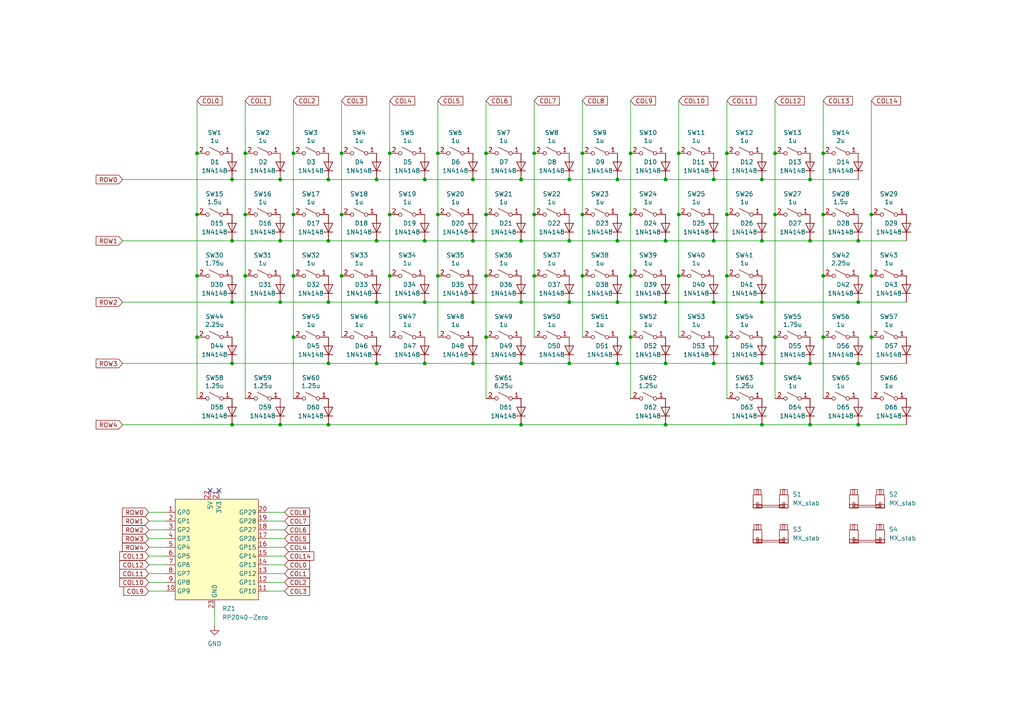
<source format=kicad_sch>
(kicad_sch (version 20230121) (generator eeschema)
  (paper "A4")
  (lib_symbols
    (symbol "PCM_marbastlib-mx:MX_stab" (pin_names (offset 1.016))
      (property "Reference" "S" (at -5.08 6.35 0))
      (property "Value" "MX_stab" (at -5.08 3.81 0))
    )
    (symbol "bakeneko-65-pcb-rescue:D-Device" (pin_numbers hide) (pin_names (offset 1.016) hide)
      (property "Reference" "D" (at 0 2.54 0))
      (property "Value" "Device_D" (at 0 -2.54 0))
      (symbol "D-Device_1_1"
        (pin passive line (at -3.81 0 0) (length 2.54) (name "K") (number "1"))
        (pin passive line (at 3.81 0 180) (length 2.54) (name "A") (number "2"))
      )
    )
    (symbol "bakeneko-65-pcb-rescue:SW_SPST-Switch" (pin_names (offset 0) hide)
      (property "Reference" "SW" (at 0 3.175 0))
      (property "Value" "Switch_SW_SPST" (at 0 -2.54 0))
      (symbol "SW_SPST-Switch_1_1"
        (pin passive line (at -5.08 0 0) (length 2.54) (name "A") (number "1"))
        (pin passive line (at 5.08 0 180) (length 2.54) (name "B") (number "2"))
      )
    )
    (symbol "power:GND" (power) (pin_names (offset 0))
      (property "Value" "GND" (at 0 -3.81 0))
      (symbol "GND_1_1"
        (pin power_in line (at 0 0 270) (length 0) hide (name "GND") (number "1"))
      )
    )
    (symbol "rp2040-zero:RP2040-Zero"
      (property "Reference" "RZ" (at 0 0 0))
      (property "Value" "RP2040-Zero" (at 0 -2.54 0))
      (symbol "RP2040-Zero_1_1"
        (pin bidirectional line (at -13.97 10.16 0) (length 2.54) (name "GP0") (number "1"))
        (pin bidirectional line (at -13.97 -12.7 0) (length 2.54) (name "GP9") (number "10"))
        (pin bidirectional line (at 15.24 -12.7 180) (length 2.54) (name "GP10") (number "11"))
        (pin bidirectional line (at 15.24 -10.16 180) (length 2.54) (name "GP11") (number "12"))
        (pin bidirectional line (at 15.24 -7.62 180) (length 2.54) (name "GP12") (number "13"))
        (pin bidirectional line (at 15.24 -5.08 180) (length 2.54) (name "GP13") (number "14"))
        (pin bidirectional line (at 15.24 -2.54 180) (length 2.54) (name "GP14") (number "15"))
        (pin bidirectional line (at 15.24 0 180) (length 2.54) (name "GP15") (number "16"))
        (pin bidirectional line (at 15.24 2.54 180) (length 2.54) (name "GP26") (number "17"))
        (pin bidirectional line (at 15.24 5.08 180) (length 2.54) (name "GP27") (number "18"))
        (pin bidirectional line (at 15.24 7.62 180) (length 2.54) (name "GP28") (number "19"))
        (pin bidirectional line (at -13.97 7.62 0) (length 2.54) (name "GP1") (number "2"))
        (pin bidirectional line (at 15.24 10.16 180) (length 2.54) (name "GP29") (number "20"))
        (pin power_in line (at 1.27 16.51 270) (length 2.54) (name "3V3") (number "21"))
        (pin power_in line (at -1.27 16.51 270) (length 2.54) (name "5V") (number "22"))
        (pin power_in line (at 0 -17.78 90) (length 2.54) (name "GND") (number "23"))
        (pin bidirectional line (at -13.97 5.08 0) (length 2.54) (name "GP2") (number "3"))
        (pin bidirectional line (at -13.97 2.54 0) (length 2.54) (name "GP3") (number "4"))
        (pin bidirectional line (at -13.97 0 0) (length 2.54) (name "GP4") (number "5"))
        (pin bidirectional line (at -13.97 -2.54 0) (length 2.54) (name "GP5") (number "6"))
        (pin bidirectional line (at -13.97 -5.08 0) (length 2.54) (name "GP6") (number "7"))
        (pin bidirectional line (at -13.97 -7.62 0) (length 2.54) (name "GP7") (number "8"))
        (pin bidirectional line (at -13.97 -10.16 0) (length 2.54) (name "GP8") (number "9"))
      )
    )
  )
  (junction (at 182.88 62.23))
  (junction (at 67.31 87.63))
  (junction (at 137.16 105.41))
  (junction (at 252.73 80.01))
  (junction (at 67.31 52.07))
  (junction (at 99.06 62.23))
  (junction (at 95.25 52.07))
  (junction (at 210.82 97.79))
  (junction (at 207.01 52.07))
  (junction (at 196.85 80.01))
  (junction (at 123.19 69.85))
  (junction (at 168.91 62.23))
  (junction (at 137.16 87.63))
  (junction (at 238.76 44.45))
  (junction (at 220.98 69.85))
  (junction (at 193.04 123.19))
  (junction (at 210.82 80.01))
  (junction (at 207.01 105.41))
  (junction (at 193.04 87.63))
  (junction (at 165.1 69.85))
  (junction (at 123.19 105.41))
  (junction (at 127 80.01))
  (junction (at 99.06 44.45))
  (junction (at 151.13 123.19))
  (junction (at 127 44.45))
  (junction (at 248.92 69.85))
  (junction (at 168.91 80.01))
  (junction (at 179.07 105.41))
  (junction (at 95.25 123.19))
  (junction (at 151.13 69.85))
  (junction (at 67.31 69.85))
  (junction (at 252.73 97.79))
  (junction (at 234.95 69.85))
  (junction (at 234.95 105.41))
  (junction (at 109.22 69.85))
  (junction (at 81.28 123.19))
  (junction (at 85.09 97.79))
  (junction (at 67.31 123.19))
  (junction (at 248.92 123.19))
  (junction (at 207.01 69.85))
  (junction (at 179.07 52.07))
  (junction (at 57.15 80.01))
  (junction (at 220.98 52.07))
  (junction (at 85.09 62.23))
  (junction (at 220.98 87.63))
  (junction (at 165.1 87.63))
  (junction (at 207.01 87.63))
  (junction (at 57.15 62.23))
  (junction (at 95.25 105.41))
  (junction (at 71.12 62.23))
  (junction (at 151.13 52.07))
  (junction (at 85.09 80.01))
  (junction (at 81.28 69.85))
  (junction (at 182.88 44.45))
  (junction (at 182.88 97.79))
  (junction (at 193.04 105.41))
  (junction (at 179.07 69.85))
  (junction (at 220.98 105.41))
  (junction (at 165.1 52.07))
  (junction (at 220.98 123.19))
  (junction (at 193.04 69.85))
  (junction (at 179.07 87.63))
  (junction (at 154.94 62.23))
  (junction (at 137.16 69.85))
  (junction (at 113.03 80.01))
  (junction (at 109.22 105.41))
  (junction (at 67.31 105.41))
  (junction (at 238.76 80.01))
  (junction (at 140.97 44.45))
  (junction (at 182.88 80.01))
  (junction (at 165.1 105.41))
  (junction (at 151.13 87.63))
  (junction (at 71.12 44.45))
  (junction (at 81.28 52.07))
  (junction (at 140.97 97.79))
  (junction (at 113.03 62.23))
  (junction (at 224.79 62.23))
  (junction (at 210.82 44.45))
  (junction (at 85.09 44.45))
  (junction (at 109.22 87.63))
  (junction (at 57.15 44.45))
  (junction (at 71.12 80.01))
  (junction (at 154.94 44.45))
  (junction (at 248.92 87.63))
  (junction (at 234.95 52.07))
  (junction (at 95.25 87.63))
  (junction (at 113.03 44.45))
  (junction (at 210.82 62.23))
  (junction (at 95.25 69.85))
  (junction (at 140.97 62.23))
  (junction (at 123.19 52.07))
  (junction (at 140.97 80.01))
  (junction (at 109.22 52.07))
  (junction (at 224.79 97.79))
  (junction (at 154.94 80.01))
  (junction (at 99.06 80.01))
  (junction (at 193.04 52.07))
  (junction (at 151.13 105.41))
  (junction (at 127 62.23))
  (junction (at 248.92 105.41))
  (junction (at 238.76 62.23))
  (junction (at 123.19 87.63))
  (junction (at 196.85 62.23))
  (junction (at 196.85 44.45))
  (junction (at 252.73 62.23))
  (junction (at 168.91 44.45))
  (junction (at 137.16 52.07))
  (junction (at 224.79 44.45))
  (junction (at 234.95 123.19))
  (junction (at 81.28 87.63))
  (junction (at 57.15 97.79))
  (junction (at 238.76 97.79))
  (no_connect (at 60.96 142.24))
  (no_connect (at 63.5 142.24))
  (wire (pts (xy 95.25 105.41) (xy 109.22 105.41)))
  (wire (pts (xy 48.26 153.67) (xy 43.18 153.67)))
  (wire (pts (xy 85.09 44.45) (xy 85.09 62.23)))
  (wire (pts (xy 196.85 29.21) (xy 196.85 44.45)))
  (wire (pts (xy 165.1 52.07) (xy 151.13 52.07)))
  (wire (pts (xy 109.22 105.41) (xy 123.19 105.41)))
  (wire (pts (xy 137.16 69.85) (xy 151.13 69.85)))
  (wire (pts (xy 193.04 123.19) (xy 151.13 123.19)))
  (wire (pts (xy 207.01 105.41) (xy 220.98 105.41)))
  (wire (pts (xy 48.26 166.37) (xy 43.18 166.37)))
  (wire (pts (xy 210.82 80.01) (xy 210.82 62.23)))
  (wire (pts (xy 137.16 105.41) (xy 151.13 105.41)))
  (wire (pts (xy 48.26 168.91) (xy 43.18 168.91)))
  (wire (pts (xy 62.23 176.53) (xy 62.23 181.61)))
  (wire (pts (xy 48.26 161.29) (xy 43.18 161.29)))
  (wire (pts (xy 123.19 87.63) (xy 109.22 87.63)))
  (wire (pts (xy 85.09 80.01) (xy 85.09 97.79)))
  (wire (pts (xy 99.06 80.01) (xy 99.06 62.23)))
  (wire (pts (xy 151.13 123.19) (xy 95.25 123.19)))
  (wire (pts (xy 137.16 87.63) (xy 123.19 87.63)))
  (wire (pts (xy 154.94 44.45) (xy 154.94 29.21)))
  (wire (pts (xy 48.26 148.59) (xy 43.18 148.59)))
  (wire (pts (xy 193.04 87.63) (xy 179.07 87.63)))
  (wire (pts (xy 35.56 123.19) (xy 67.31 123.19)))
  (wire (pts (xy 77.47 168.91) (xy 82.55 168.91)))
  (wire (pts (xy 71.12 62.23) (xy 71.12 44.45)))
  (wire (pts (xy 234.95 105.41) (xy 248.92 105.41)))
  (wire (pts (xy 182.88 80.01) (xy 182.88 97.79)))
  (wire (pts (xy 48.26 151.13) (xy 43.18 151.13)))
  (wire (pts (xy 193.04 52.07) (xy 179.07 52.07)))
  (wire (pts (xy 77.47 153.67) (xy 82.55 153.67)))
  (wire (pts (xy 234.95 69.85) (xy 248.92 69.85)))
  (wire (pts (xy 252.73 62.23) (xy 252.73 80.01)))
  (wire (pts (xy 234.95 123.19) (xy 220.98 123.19)))
  (wire (pts (xy 179.07 105.41) (xy 193.04 105.41)))
  (wire (pts (xy 252.73 97.79) (xy 252.73 115.57)))
  (wire (pts (xy 35.56 52.07) (xy 67.31 52.07)))
  (wire (pts (xy 77.47 161.29) (xy 82.55 161.29)))
  (wire (pts (xy 179.07 69.85) (xy 193.04 69.85)))
  (wire (pts (xy 210.82 97.79) (xy 210.82 80.01)))
  (wire (pts (xy 238.76 80.01) (xy 238.76 62.23)))
  (wire (pts (xy 168.91 62.23) (xy 168.91 44.45)))
  (wire (pts (xy 196.85 62.23) (xy 196.85 80.01)))
  (wire (pts (xy 123.19 105.41) (xy 137.16 105.41)))
  (wire (pts (xy 248.92 123.19) (xy 262.89 123.19)))
  (wire (pts (xy 95.25 123.19) (xy 81.28 123.19)))
  (wire (pts (xy 140.97 29.21) (xy 140.97 44.45)))
  (wire (pts (xy 48.26 163.83) (xy 43.18 163.83)))
  (wire (pts (xy 123.19 52.07) (xy 109.22 52.07)))
  (wire (pts (xy 81.28 52.07) (xy 67.31 52.07)))
  (wire (pts (xy 77.47 156.21) (xy 82.55 156.21)))
  (wire (pts (xy 77.47 171.45) (xy 82.55 171.45)))
  (wire (pts (xy 168.91 44.45) (xy 168.91 29.21)))
  (wire (pts (xy 113.03 44.45) (xy 113.03 62.23)))
  (wire (pts (xy 81.28 123.19) (xy 67.31 123.19)))
  (wire (pts (xy 137.16 52.07) (xy 123.19 52.07)))
  (wire (pts (xy 57.15 97.79) (xy 57.15 115.57)))
  (wire (pts (xy 77.47 158.75) (xy 82.55 158.75)))
  (wire (pts (xy 196.85 44.45) (xy 196.85 62.23)))
  (wire (pts (xy 224.79 62.23) (xy 224.79 97.79)))
  (wire (pts (xy 35.56 105.41) (xy 67.31 105.41)))
  (wire (pts (xy 151.13 105.41) (xy 165.1 105.41)))
  (wire (pts (xy 85.09 29.21) (xy 85.09 44.45)))
  (wire (pts (xy 57.15 44.45) (xy 57.15 62.23)))
  (wire (pts (xy 127 62.23) (xy 127 44.45)))
  (wire (pts (xy 224.79 97.79) (xy 224.79 115.57)))
  (wire (pts (xy 99.06 62.23) (xy 99.06 44.45)))
  (wire (pts (xy 71.12 44.45) (xy 71.12 29.21)))
  (wire (pts (xy 252.73 29.21) (xy 252.73 62.23)))
  (wire (pts (xy 168.91 97.79) (xy 168.91 80.01)))
  (wire (pts (xy 252.73 80.01) (xy 252.73 97.79)))
  (wire (pts (xy 113.03 80.01) (xy 113.03 97.79)))
  (wire (pts (xy 220.98 105.41) (xy 234.95 105.41)))
  (wire (pts (xy 109.22 87.63) (xy 95.25 87.63)))
  (wire (pts (xy 43.18 171.45) (xy 48.26 171.45)))
  (wire (pts (xy 154.94 97.79) (xy 154.94 80.01)))
  (wire (pts (xy 85.09 97.79) (xy 85.09 115.57)))
  (wire (pts (xy 81.28 87.63) (xy 67.31 87.63)))
  (wire (pts (xy 95.25 87.63) (xy 81.28 87.63)))
  (wire (pts (xy 127 44.45) (xy 127 29.21)))
  (wire (pts (xy 182.88 62.23) (xy 182.88 80.01)))
  (wire (pts (xy 95.25 52.07) (xy 81.28 52.07)))
  (wire (pts (xy 262.89 87.63) (xy 248.92 87.63)))
  (wire (pts (xy 57.15 80.01) (xy 57.15 97.79)))
  (wire (pts (xy 248.92 123.19) (xy 234.95 123.19)))
  (wire (pts (xy 140.97 62.23) (xy 140.97 80.01)))
  (wire (pts (xy 71.12 80.01) (xy 71.12 115.57)))
  (wire (pts (xy 182.88 29.21) (xy 182.88 44.45)))
  (wire (pts (xy 57.15 62.23) (xy 57.15 80.01)))
  (wire (pts (xy 179.07 52.07) (xy 165.1 52.07)))
  (wire (pts (xy 99.06 97.79) (xy 99.06 80.01)))
  (wire (pts (xy 67.31 69.85) (xy 35.56 69.85)))
  (wire (pts (xy 151.13 52.07) (xy 137.16 52.07)))
  (wire (pts (xy 179.07 87.63) (xy 165.1 87.63)))
  (wire (pts (xy 193.04 105.41) (xy 207.01 105.41)))
  (wire (pts (xy 81.28 69.85) (xy 95.25 69.85)))
  (wire (pts (xy 77.47 166.37) (xy 82.55 166.37)))
  (wire (pts (xy 207.01 87.63) (xy 193.04 87.63)))
  (wire (pts (xy 220.98 69.85) (xy 234.95 69.85)))
  (wire (pts (xy 196.85 80.01) (xy 196.85 97.79)))
  (wire (pts (xy 109.22 69.85) (xy 123.19 69.85)))
  (wire (pts (xy 165.1 105.41) (xy 179.07 105.41)))
  (wire (pts (xy 127 97.79) (xy 127 80.01)))
  (wire (pts (xy 140.97 44.45) (xy 140.97 62.23)))
  (wire (pts (xy 113.03 62.23) (xy 113.03 80.01)))
  (wire (pts (xy 77.47 151.13) (xy 82.55 151.13)))
  (wire (pts (xy 248.92 69.85) (xy 262.89 69.85)))
  (wire (pts (xy 220.98 52.07) (xy 207.01 52.07)))
  (wire (pts (xy 67.31 105.41) (xy 95.25 105.41)))
  (wire (pts (xy 113.03 29.21) (xy 113.03 44.45)))
  (wire (pts (xy 182.88 44.45) (xy 182.88 62.23)))
  (wire (pts (xy 151.13 87.63) (xy 137.16 87.63)))
  (wire (pts (xy 182.88 97.79) (xy 182.88 115.57)))
  (wire (pts (xy 109.22 52.07) (xy 95.25 52.07)))
  (wire (pts (xy 67.31 69.85) (xy 81.28 69.85)))
  (wire (pts (xy 220.98 87.63) (xy 207.01 87.63)))
  (wire (pts (xy 154.94 62.23) (xy 154.94 44.45)))
  (wire (pts (xy 248.92 52.07) (xy 234.95 52.07)))
  (wire (pts (xy 168.91 80.01) (xy 168.91 62.23)))
  (wire (pts (xy 140.97 97.79) (xy 140.97 115.57)))
  (wire (pts (xy 77.47 163.83) (xy 82.55 163.83)))
  (wire (pts (xy 238.76 97.79) (xy 238.76 80.01)))
  (wire (pts (xy 207.01 52.07) (xy 193.04 52.07)))
  (wire (pts (xy 57.15 29.21) (xy 57.15 44.45)))
  (wire (pts (xy 210.82 62.23) (xy 210.82 44.45)))
  (wire (pts (xy 234.95 52.07) (xy 220.98 52.07)))
  (wire (pts (xy 220.98 87.63) (xy 248.92 87.63)))
  (wire (pts (xy 151.13 69.85) (xy 165.1 69.85)))
  (wire (pts (xy 127 80.01) (xy 127 62.23)))
  (wire (pts (xy 71.12 80.01) (xy 71.12 62.23)))
  (wire (pts (xy 48.26 156.21) (xy 43.18 156.21)))
  (wire (pts (xy 35.56 87.63) (xy 67.31 87.63)))
  (wire (pts (xy 48.26 158.75) (xy 43.18 158.75)))
  (wire (pts (xy 210.82 97.79) (xy 210.82 115.57)))
  (wire (pts (xy 207.01 69.85) (xy 220.98 69.85)))
  (wire (pts (xy 95.25 69.85) (xy 109.22 69.85)))
  (wire (pts (xy 140.97 80.01) (xy 140.97 97.79)))
  (wire (pts (xy 224.79 44.45) (xy 224.79 62.23)))
  (wire (pts (xy 210.82 44.45) (xy 210.82 29.21)))
  (wire (pts (xy 77.47 148.59) (xy 82.55 148.59)))
  (wire (pts (xy 238.76 115.57) (xy 238.76 97.79)))
  (wire (pts (xy 224.79 29.21) (xy 224.79 44.45)))
  (wire (pts (xy 248.92 105.41) (xy 262.89 105.41)))
  (wire (pts (xy 193.04 69.85) (xy 207.01 69.85)))
  (wire (pts (xy 238.76 62.23) (xy 238.76 44.45)))
  (wire (pts (xy 154.94 80.01) (xy 154.94 62.23)))
  (wire (pts (xy 165.1 69.85) (xy 179.07 69.85)))
  (wire (pts (xy 99.06 44.45) (xy 99.06 29.21)))
  (wire (pts (xy 165.1 87.63) (xy 151.13 87.63)))
  (wire (pts (xy 123.19 69.85) (xy 137.16 69.85)))
  (wire (pts (xy 193.04 123.19) (xy 220.98 123.19)))
  (wire (pts (xy 238.76 29.21) (xy 238.76 44.45)))
  (wire (pts (xy 85.09 62.23) (xy 85.09 80.01)))
  (global_label "ROW0" (shape input) (at 43.18 148.59 180) (property "Intersheetrefs" "${INTERSHEET_REFS}" (effects hide)))
  (global_label "ROW3" (shape input) (at 43.18 156.21 180) (property "Intersheetrefs" "${INTERSHEET_REFS}" (effects hide)))
  (global_label "COL13" (shape input) (at 43.18 161.29 180) (property "Intersheetrefs" "${INTERSHEET_REFS}" (effects hide)))
  (global_label "COL7" (shape input) (at 154.94 29.21 0) (property "Intersheetrefs" "${INTERSHEET_REFS}" (effects hide)))
  (global_label "COL8" (shape input) (at 168.91 29.21 0) (property "Intersheetrefs" "${INTERSHEET_REFS}" (effects hide)))
  (global_label "COL1" (shape input) (at 82.55 166.37 0) (property "Intersheetrefs" "${INTERSHEET_REFS}" (effects hide)))
  (global_label "COL4" (shape input) (at 113.03 29.21 0) (property "Intersheetrefs" "${INTERSHEET_REFS}" (effects hide)))
  (global_label "ROW2" (shape input) (at 43.18 153.67 180) (property "Intersheetrefs" "${INTERSHEET_REFS}" (effects hide)))
  (global_label "ROW1" (shape input) (at 43.18 151.13 180) (property "Intersheetrefs" "${INTERSHEET_REFS}" (effects hide)))
  (global_label "COL12" (shape input) (at 43.18 163.83 180) (property "Intersheetrefs" "${INTERSHEET_REFS}" (effects hide)))
  (global_label "COL0" (shape input) (at 57.15 29.21 0) (property "Intersheetrefs" "${INTERSHEET_REFS}" (effects hide)))
  (global_label "COL7" (shape input) (at 82.55 151.13 0) (property "Intersheetrefs" "${INTERSHEET_REFS}" (effects hide)))
  (global_label "ROW1" (shape input) (at 35.56 69.85 180) (property "Intersheetrefs" "${INTERSHEET_REFS}" (effects hide)))
  (global_label "COL0" (shape input) (at 82.55 163.83 0) (property "Intersheetrefs" "${INTERSHEET_REFS}" (effects hide)))
  (global_label "COL2" (shape input) (at 85.09 29.21 0) (property "Intersheetrefs" "${INTERSHEET_REFS}" (effects hide)))
  (global_label "ROW4" (shape input) (at 43.18 158.75 180) (property "Intersheetrefs" "${INTERSHEET_REFS}" (effects hide)))
  (global_label "COL5" (shape input) (at 82.55 156.21 0) (property "Intersheetrefs" "${INTERSHEET_REFS}" (effects hide)))
  (global_label "COL3" (shape input) (at 99.06 29.21 0) (property "Intersheetrefs" "${INTERSHEET_REFS}" (effects hide)))
  (global_label "COL3" (shape input) (at 82.55 171.45 0) (property "Intersheetrefs" "${INTERSHEET_REFS}" (effects hide)))
  (global_label "COL4" (shape input) (at 82.55 158.75 0) (property "Intersheetrefs" "${INTERSHEET_REFS}" (effects hide)))
  (global_label "ROW0" (shape input) (at 35.56 52.07 180) (property "Intersheetrefs" "${INTERSHEET_REFS}" (effects hide)))
  (global_label "COL9" (shape input) (at 182.88 29.21 0) (property "Intersheetrefs" "${INTERSHEET_REFS}" (effects hide)))
  (global_label "COL9" (shape input) (at 43.18 171.45 180) (property "Intersheetrefs" "${INTERSHEET_REFS}" (effects hide)))
  (global_label "COL13" (shape input) (at 238.76 29.21 0) (property "Intersheetrefs" "${INTERSHEET_REFS}" (effects hide)))
  (global_label "COL6" (shape input) (at 82.55 153.67 0) (property "Intersheetrefs" "${INTERSHEET_REFS}" (effects hide)))
  (global_label "COL11" (shape input) (at 43.18 166.37 180) (property "Intersheetrefs" "${INTERSHEET_REFS}" (effects hide)))
  (global_label "COL12" (shape input) (at 224.79 29.21 0) (property "Intersheetrefs" "${INTERSHEET_REFS}" (effects hide)))
  (global_label "COL10" (shape input) (at 196.85 29.21 0) (property "Intersheetrefs" "${INTERSHEET_REFS}" (effects hide)))
  (global_label "COL6" (shape input) (at 140.97 29.21 0) (property "Intersheetrefs" "${INTERSHEET_REFS}" (effects hide)))
  (global_label "ROW4" (shape input) (at 35.56 123.19 180) (property "Intersheetrefs" "${INTERSHEET_REFS}" (effects hide)))
  (global_label "COL1" (shape input) (at 71.12 29.21 0) (property "Intersheetrefs" "${INTERSHEET_REFS}" (effects hide)))
  (global_label "COL8" (shape input) (at 82.55 148.59 0) (property "Intersheetrefs" "${INTERSHEET_REFS}" (effects hide)))
  (global_label "COL5" (shape input) (at 127 29.21 0) (property "Intersheetrefs" "${INTERSHEET_REFS}" (effects hide)))
  (global_label "COL11" (shape input) (at 210.82 29.21 0) (property "Intersheetrefs" "${INTERSHEET_REFS}" (effects hide)))
  (global_label "COL14" (shape input) (at 252.73 29.21 0) (property "Intersheetrefs" "${INTERSHEET_REFS}" (effects hide)))
  (global_label "COL14" (shape input) (at 82.55 161.29 0) (property "Intersheetrefs" "${INTERSHEET_REFS}" (effects hide)))
  (global_label "ROW3" (shape input) (at 35.56 105.41 180) (property "Intersheetrefs" "${INTERSHEET_REFS}" (effects hide)))
  (global_label "COL10" (shape input) (at 43.18 168.91 180) (property "Intersheetrefs" "${INTERSHEET_REFS}" (effects hide)))
  (global_label "COL2" (shape input) (at 82.55 168.91 0) (property "Intersheetrefs" "${INTERSHEET_REFS}" (effects hide)))
  (global_label "ROW2" (shape input) (at 35.56 87.63 180) (property "Intersheetrefs" "${INTERSHEET_REFS}" (effects hide)))
  (symbol (lib_id "bakeneko-65-pcb-rescue:D-Device") (at 165.1 83.82 90) (unit 1)
    (property "Reference" "D37" (at 158.75 82.55 90) (effects (justify right)))
    (property "Value" "1N4148" (at 156.21 85.09 90) (effects (justify right)))
    (property "Footprint" "Diode_THT:D_DO-35_SOD27_P7.62mm_Horizontal" (effects hide))
    (property "LCSC Part #" "C81598" (effects hide))
  )
  (symbol (lib_id "bakeneko-65-pcb-rescue:D-Device") (at 165.1 66.04 90) (unit 1)
    (property "Reference" "D22" (at 158.75 64.77 90) (effects (justify right)))
    (property "Value" "1N4148" (at 156.21 67.31 90) (effects (justify right)))
    (property "Footprint" "Diode_THT:D_DO-35_SOD27_P7.62mm_Horizontal" (effects hide))
    (property "LCSC Part #" "C81598" (effects hide))
  )
  (symbol (lib_id "bakeneko-65-pcb-rescue:D-Device") (at 193.04 48.26 90) (unit 1)
    (property "Reference" "D10" (at 186.69 46.99 90) (effects (justify right)))
    (property "Value" "1N4148" (at 184.15 49.53 90) (effects (justify right)))
    (property "Footprint" "Diode_THT:D_DO-35_SOD27_P7.62mm_Horizontal" (effects hide))
    (property "LCSC Part #" "C81598" (effects hide))
  )
  (symbol (lib_id "bakeneko-65-pcb-rescue:SW_SPST-Switch") (at 215.9 62.23 0) (mirror y) (unit 1)
    (property "Reference" "SW26" (at 215.9 56.261 0))
    (property "Value" "1u" (at 215.9 58.5724 0))
    (property "Footprint" "keyswitches:Kailh_socket_MX_optional" (effects hide))
  )
  (symbol (lib_id "bakeneko-65-pcb-rescue:SW_SPST-Switch") (at 104.14 62.23 0) (mirror y) (unit 1)
    (property "Reference" "SW18" (at 104.14 56.261 0))
    (property "Value" "1u" (at 104.14 58.5724 0))
    (property "Footprint" "keyswitches:Kailh_socket_MX_optional" (effects hide))
  )
  (symbol (lib_id "bakeneko-65-pcb-rescue:SW_SPST-Switch") (at 132.08 80.01 0) (mirror y) (unit 1)
    (property "Reference" "SW35" (at 132.08 74.041 0))
    (property "Value" "1u" (at 132.08 76.3524 0))
    (property "Footprint" "keyswitches:Kailh_socket_MX_optional" (effects hide))
  )
  (symbol (lib_id "bakeneko-65-pcb-rescue:D-Device") (at 248.92 101.6 90) (unit 1)
    (property "Reference" "D56" (at 242.57 100.33 90) (effects (justify right)))
    (property "Value" "1N4148" (at 240.03 102.87 90) (effects (justify right)))
    (property "Footprint" "Diode_THT:D_DO-35_SOD27_P7.62mm_Horizontal" (effects hide))
    (property "LCSC Part #" "C81598" (effects hide))
  )
  (symbol (lib_id "bakeneko-65-pcb-rescue:SW_SPST-Switch") (at 76.2 62.23 0) (mirror y) (unit 1)
    (property "Reference" "SW16" (at 76.2 56.261 0))
    (property "Value" "1u" (at 76.2 58.5724 0))
    (property "Footprint" "keyswitches:Kailh_socket_MX_optional" (effects hide))
  )
  (symbol (lib_id "PCM_marbastlib-mx:MX_stab") (at 223.52 144.78 0) (unit 1)
    (property "Reference" "S1" (at 229.87 143.383 0) (effects (justify left)))
    (property "Value" "MX_stab" (at 229.87 145.923 0) (effects (justify left)))
    (property "Footprint" "PCM_marbastlib-mx:STAB_MX_6.25u" (effects hide))
  )
  (symbol (lib_id "bakeneko-65-pcb-rescue:SW_SPST-Switch") (at 243.84 44.45 0) (mirror y) (unit 1)
    (property "Reference" "SW14" (at 243.84 38.481 0))
    (property "Value" "2u" (at 243.84 40.7924 0))
    (property "Footprint" "keyswitches:Kailh_socket_MX_optional" (effects hide))
  )
  (symbol (lib_id "bakeneko-65-pcb-rescue:SW_SPST-Switch") (at 62.23 115.57 0) (mirror y) (unit 1)
    (property "Reference" "SW58" (at 62.23 109.601 0))
    (property "Value" "1.25u" (at 62.23 111.9124 0))
    (property "Footprint" "keyswitches:Kailh_socket_MX_optional" (effects hide))
  )
  (symbol (lib_id "bakeneko-65-pcb-rescue:SW_SPST-Switch") (at 90.17 62.23 0) (mirror y) (unit 1)
    (property "Reference" "SW17" (at 90.17 56.261 0))
    (property "Value" "1u" (at 90.17 58.5724 0))
    (property "Footprint" "keyswitches:Kailh_socket_MX_optional" (effects hide))
  )
  (symbol (lib_id "power:GND") (at 62.23 181.61 0) (unit 1)
    (property "Reference" "#PWR02" (effects hide))
    (property "Value" "GND" (at 62.23 186.69 0))
  )
  (symbol (lib_id "bakeneko-65-pcb-rescue:SW_SPST-Switch") (at 146.05 115.57 0) (mirror y) (unit 1)
    (property "Reference" "SW61" (at 146.05 109.601 0))
    (property "Value" "6.25u" (at 146.05 111.9124 0))
    (property "Footprint" "keyswitches:Kailh_socket_MX_optional" (effects hide))
  )
  (symbol (lib_id "bakeneko-65-pcb-rescue:D-Device") (at 234.95 101.6 90) (unit 1)
    (property "Reference" "D55" (at 228.6 100.33 90) (effects (justify right)))
    (property "Value" "1N4148" (at 226.06 102.87 90) (effects (justify right)))
    (property "Footprint" "Diode_THT:D_DO-35_SOD27_P7.62mm_Horizontal" (effects hide))
    (property "LCSC Part #" "C81598" (effects hide))
  )
  (symbol (lib_id "bakeneko-65-pcb-rescue:SW_SPST-Switch") (at 90.17 97.79 0) (mirror y) (unit 1)
    (property "Reference" "SW45" (at 90.17 91.821 0))
    (property "Value" "1u" (at 90.17 94.1324 0))
    (property "Footprint" "keyswitches:Kailh_socket_MX_optional" (effects hide))
  )
  (symbol (lib_id "bakeneko-65-pcb-rescue:SW_SPST-Switch") (at 257.81 115.57 0) (mirror y) (unit 1)
    (property "Reference" "SW66" (at 257.81 109.601 0))
    (property "Value" "1u" (at 257.81 111.9124 0))
    (property "Footprint" "keyswitches:Kailh_socket_MX_optional" (effects hide))
  )
  (symbol (lib_id "bakeneko-65-pcb-rescue:D-Device") (at 151.13 119.38 90) (unit 1)
    (property "Reference" "D61" (at 144.78 118.11 90) (effects (justify right)))
    (property "Value" "1N4148" (at 142.24 120.65 90) (effects (justify right)))
    (property "Footprint" "Diode_THT:D_DO-35_SOD27_P7.62mm_Horizontal" (effects hide))
    (property "LCSC Part #" "C81598" (effects hide))
  )
  (symbol (lib_id "bakeneko-65-pcb-rescue:D-Device") (at 123.19 83.82 90) (unit 1)
    (property "Reference" "D34" (at 116.84 82.55 90) (effects (justify right)))
    (property "Value" "1N4148" (at 114.3 85.09 90) (effects (justify right)))
    (property "Footprint" "Diode_THT:D_DO-35_SOD27_P7.62mm_Horizontal" (effects hide))
    (property "LCSC Part #" "C81598" (effects hide))
  )
  (symbol (lib_id "bakeneko-65-pcb-rescue:SW_SPST-Switch") (at 62.23 62.23 0) (mirror y) (unit 1)
    (property "Reference" "SW15" (at 62.23 56.261 0))
    (property "Value" "1.5u" (at 62.23 58.5724 0))
    (property "Footprint" "keyswitches:Kailh_socket_MX_optional" (effects hide))
  )
  (symbol (lib_id "bakeneko-65-pcb-rescue:D-Device") (at 234.95 119.38 90) (unit 1)
    (property "Reference" "D64" (at 228.6 118.11 90) (effects (justify right)))
    (property "Value" "1N4148" (at 226.06 120.65 90) (effects (justify right)))
    (property "Footprint" "Diode_THT:D_DO-35_SOD27_P7.62mm_Horizontal" (effects hide))
    (property "LCSC Part #" "C81598" (effects hide))
  )
  (symbol (lib_id "PCM_marbastlib-mx:MX_stab") (at 223.52 154.94 0) (unit 1)
    (property "Reference" "S3" (at 229.87 153.543 0) (effects (justify left)))
    (property "Value" "MX_stab" (at 229.87 156.083 0) (effects (justify left)))
    (property "Footprint" "PCM_marbastlib-mx:STAB_MX_2.25u" (effects hide))
  )
  (symbol (lib_id "bakeneko-65-pcb-rescue:D-Device") (at 95.25 66.04 90) (unit 1)
    (property "Reference" "D17" (at 88.9 64.77 90) (effects (justify right)))
    (property "Value" "1N4148" (at 86.36 67.31 90) (effects (justify right)))
    (property "Footprint" "Diode_THT:D_DO-35_SOD27_P7.62mm_Horizontal" (effects hide))
    (property "LCSC Part #" "C81598" (effects hide))
  )
  (symbol (lib_id "bakeneko-65-pcb-rescue:D-Device") (at 220.98 66.04 90) (unit 1)
    (property "Reference" "D26" (at 214.63 64.77 90) (effects (justify right)))
    (property "Value" "1N4148" (at 212.09 67.31 90) (effects (justify right)))
    (property "Footprint" "Diode_THT:D_DO-35_SOD27_P7.62mm_Horizontal" (effects hide))
    (property "LCSC Part #" "C81598" (effects hide))
  )
  (symbol (lib_id "bakeneko-65-pcb-rescue:D-Device") (at 193.04 119.38 90) (unit 1)
    (property "Reference" "D62" (at 186.69 118.11 90) (effects (justify right)))
    (property "Value" "1N4148" (at 184.15 120.65 90) (effects (justify right)))
    (property "Footprint" "Diode_THT:D_DO-35_SOD27_P7.62mm_Horizontal" (effects hide))
    (property "LCSC Part #" "C81598" (effects hide))
  )
  (symbol (lib_id "bakeneko-65-pcb-rescue:SW_SPST-Switch") (at 160.02 44.45 0) (mirror y) (unit 1)
    (property "Reference" "SW8" (at 160.02 38.481 0))
    (property "Value" "1u" (at 160.02 40.7924 0))
    (property "Footprint" "keyswitches:Kailh_socket_MX_optional" (effects hide))
  )
  (symbol (lib_id "bakeneko-65-pcb-rescue:D-Device") (at 123.19 66.04 90) (unit 1)
    (property "Reference" "D19" (at 116.84 64.77 90) (effects (justify right)))
    (property "Value" "1N4148" (at 114.3 67.31 90) (effects (justify right)))
    (property "Footprint" "Diode_THT:D_DO-35_SOD27_P7.62mm_Horizontal" (effects hide))
    (property "LCSC Part #" "C81598" (effects hide))
  )
  (symbol (lib_id "bakeneko-65-pcb-rescue:D-Device") (at 123.19 101.6 90) (unit 1)
    (property "Reference" "D47" (at 116.84 100.33 90) (effects (justify right)))
    (property "Value" "1N4148" (at 114.3 102.87 90) (effects (justify right)))
    (property "Footprint" "Diode_THT:D_DO-35_SOD27_P7.62mm_Horizontal" (effects hide))
    (property "LCSC Part #" "C81598" (effects hide))
  )
  (symbol (lib_id "bakeneko-65-pcb-rescue:D-Device") (at 81.28 119.38 90) (unit 1)
    (property "Reference" "D59" (at 74.93 118.11 90) (effects (justify right)))
    (property "Value" "1N4148" (at 72.39 120.65 90) (effects (justify right)))
    (property "Footprint" "Diode_THT:D_DO-35_SOD27_P7.62mm_Horizontal" (effects hide))
    (property "LCSC Part #" "C81598" (effects hide))
  )
  (symbol (lib_id "bakeneko-65-pcb-rescue:SW_SPST-Switch") (at 257.81 62.23 0) (mirror y) (unit 1)
    (property "Reference" "SW29" (at 257.81 56.261 0))
    (property "Value" "1u" (at 257.81 58.5724 0))
    (property "Footprint" "keyswitches:Kailh_socket_MX" (effects hide))
  )
  (symbol (lib_id "bakeneko-65-pcb-rescue:D-Device") (at 207.01 66.04 90) (unit 1)
    (property "Reference" "D25" (at 200.66 64.77 90) (effects (justify right)))
    (property "Value" "1N4148" (at 198.12 67.31 90) (effects (justify right)))
    (property "Footprint" "Diode_THT:D_DO-35_SOD27_P7.62mm_Horizontal" (effects hide))
    (property "LCSC Part #" "C81598" (effects hide))
  )
  (symbol (lib_id "bakeneko-65-pcb-rescue:SW_SPST-Switch") (at 90.17 44.45 0) (mirror y) (unit 1)
    (property "Reference" "SW3" (at 90.17 38.481 0))
    (property "Value" "1u" (at 90.17 40.7924 0))
    (property "Footprint" "keyswitches:Kailh_socket_MX_optional" (effects hide))
  )
  (symbol (lib_id "bakeneko-65-pcb-rescue:D-Device") (at 67.31 83.82 90) (unit 1)
    (property "Reference" "D30" (at 60.96 82.55 90) (effects (justify right)))
    (property "Value" "1N4148" (at 58.42 85.09 90) (effects (justify right)))
    (property "Footprint" "Diode_THT:D_DO-35_SOD27_P7.62mm_Horizontal" (effects hide))
    (property "LCSC Part #" "C81598" (effects hide))
  )
  (symbol (lib_id "bakeneko-65-pcb-rescue:SW_SPST-Switch") (at 132.08 44.45 0) (mirror y) (unit 1)
    (property "Reference" "SW6" (at 132.08 38.481 0))
    (property "Value" "1u" (at 132.08 40.7924 0))
    (property "Footprint" "keyswitches:Kailh_socket_MX_optional" (effects hide))
  )
  (symbol (lib_id "bakeneko-65-pcb-rescue:SW_SPST-Switch") (at 90.17 80.01 0) (mirror y) (unit 1)
    (property "Reference" "SW32" (at 90.17 74.041 0))
    (property "Value" "1u" (at 90.17 76.3524 0))
    (property "Footprint" "keyswitches:Kailh_socket_MX_optional" (effects hide))
  )
  (symbol (lib_id "bakeneko-65-pcb-rescue:SW_SPST-Switch") (at 215.9 44.45 0) (mirror y) (unit 1)
    (property "Reference" "SW12" (at 215.9 38.481 0))
    (property "Value" "1u" (at 215.9 40.7924 0))
    (property "Footprint" "keyswitches:Kailh_socket_MX_optional" (effects hide))
  )
  (symbol (lib_id "bakeneko-65-pcb-rescue:SW_SPST-Switch") (at 201.93 62.23 0) (mirror y) (unit 1)
    (property "Reference" "SW25" (at 201.93 56.261 0))
    (property "Value" "1u" (at 201.93 58.5724 0))
    (property "Footprint" "keyswitches:Kailh_socket_MX_optional" (effects hide))
  )
  (symbol (lib_id "bakeneko-65-pcb-rescue:D-Device") (at 81.28 83.82 90) (unit 1)
    (property "Reference" "D31" (at 74.93 82.55 90) (effects (justify right)))
    (property "Value" "1N4148" (at 72.39 85.09 90) (effects (justify right)))
    (property "Footprint" "Diode_THT:D_DO-35_SOD27_P7.62mm_Horizontal" (effects hide))
    (property "LCSC Part #" "C81598" (effects hide))
  )
  (symbol (lib_id "bakeneko-65-pcb-rescue:D-Device") (at 81.28 66.04 90) (unit 1)
    (property "Reference" "D16" (at 74.93 64.77 90) (effects (justify right)))
    (property "Value" "1N4148" (at 72.39 67.31 90) (effects (justify right)))
    (property "Footprint" "Diode_THT:D_DO-35_SOD27_P7.62mm_Horizontal" (effects hide))
    (property "LCSC Part #" "C81598" (effects hide))
  )
  (symbol (lib_id "PCM_marbastlib-mx:MX_stab") (at 251.46 144.78 0) (unit 1)
    (property "Reference" "S2" (at 257.81 143.383 0) (effects (justify left)))
    (property "Value" "MX_stab" (at 257.81 145.923 0) (effects (justify left)))
    (property "Footprint" "PCM_marbastlib-mx:STAB_MX_2u" (effects hide))
  )
  (symbol (lib_id "bakeneko-65-pcb-rescue:SW_SPST-Switch") (at 160.02 62.23 0) (mirror y) (unit 1)
    (property "Reference" "SW22" (at 160.02 56.261 0))
    (property "Value" "1u" (at 160.02 58.5724 0))
    (property "Footprint" "keyswitches:Kailh_socket_MX_optional" (effects hide))
  )
  (symbol (lib_id "bakeneko-65-pcb-rescue:SW_SPST-Switch") (at 146.05 97.79 0) (mirror y) (unit 1)
    (property "Reference" "SW49" (at 146.05 91.821 0))
    (property "Value" "1u" (at 146.05 94.1324 0))
    (property "Footprint" "keyswitches:Kailh_socket_MX_optional" (effects hide))
  )
  (symbol (lib_id "bakeneko-65-pcb-rescue:SW_SPST-Switch") (at 146.05 80.01 0) (mirror y) (unit 1)
    (property "Reference" "SW36" (at 146.05 74.041 0))
    (property "Value" "1u" (at 146.05 76.3524 0))
    (property "Footprint" "keyswitches:Kailh_socket_MX_optional" (effects hide))
  )
  (symbol (lib_id "bakeneko-65-pcb-rescue:D-Device") (at 137.16 83.82 90) (unit 1)
    (property "Reference" "D35" (at 130.81 82.55 90) (effects (justify right)))
    (property "Value" "1N4148" (at 128.27 85.09 90) (effects (justify right)))
    (property "Footprint" "Diode_THT:D_DO-35_SOD27_P7.62mm_Horizontal" (effects hide))
    (property "LCSC Part #" "C81598" (effects hide))
  )
  (symbol (lib_id "bakeneko-65-pcb-rescue:D-Device") (at 248.92 66.04 90) (unit 1)
    (property "Reference" "D28" (at 242.57 64.77 90) (effects (justify right)))
    (property "Value" "1N4148" (at 240.03 67.31 90) (effects (justify right)))
    (property "Footprint" "Diode_THT:D_DO-35_SOD27_P7.62mm_Horizontal" (effects hide))
    (property "LCSC Part #" "C81598" (effects hide))
  )
  (symbol (lib_id "bakeneko-65-pcb-rescue:SW_SPST-Switch") (at 187.96 97.79 0) (mirror y) (unit 1)
    (property "Reference" "SW52" (at 187.96 91.821 0))
    (property "Value" "1u" (at 187.96 94.1324 0))
    (property "Footprint" "keyswitches:Kailh_socket_MX_optional" (effects hide))
  )
  (symbol (lib_id "bakeneko-65-pcb-rescue:D-Device") (at 220.98 48.26 90) (unit 1)
    (property "Reference" "D12" (at 214.63 46.99 90) (effects (justify right)))
    (property "Value" "1N4148" (at 212.09 49.53 90) (effects (justify right)))
    (property "Footprint" "Diode_THT:D_DO-35_SOD27_P7.62mm_Horizontal" (effects hide))
    (property "LCSC Part #" "C81598" (effects hide))
  )
  (symbol (lib_id "bakeneko-65-pcb-rescue:SW_SPST-Switch") (at 243.84 115.57 0) (mirror y) (unit 1)
    (property "Reference" "SW65" (at 243.84 109.601 0))
    (property "Value" "1u" (at 243.84 111.9124 0))
    (property "Footprint" "keyswitches:Kailh_socket_MX_optional" (effects hide))
  )
  (symbol (lib_id "bakeneko-65-pcb-rescue:D-Device") (at 220.98 119.38 90) (unit 1)
    (property "Reference" "D63" (at 214.63 118.11 90) (effects (justify right)))
    (property "Value" "1N4148" (at 212.09 120.65 90) (effects (justify right)))
    (property "Footprint" "Diode_THT:D_DO-35_SOD27_P7.62mm_Horizontal" (effects hide))
    (property "LCSC Part #" "C81598" (effects hide))
  )
  (symbol (lib_id "bakeneko-65-pcb-rescue:D-Device") (at 207.01 48.26 90) (unit 1)
    (property "Reference" "D11" (at 200.66 46.99 90) (effects (justify right)))
    (property "Value" "1N4148" (at 198.12 49.53 90) (effects (justify right)))
    (property "Footprint" "Diode_THT:D_DO-35_SOD27_P7.62mm_Horizontal" (effects hide))
    (property "LCSC Part #" "C81598" (effects hide))
  )
  (symbol (lib_id "bakeneko-65-pcb-rescue:SW_SPST-Switch") (at 229.87 62.23 0) (mirror y) (unit 1)
    (property "Reference" "SW27" (at 229.87 56.261 0))
    (property "Value" "1u" (at 229.87 58.5724 0))
    (property "Footprint" "keyswitches:Kailh_socket_MX_optional" (effects hide))
  )
  (symbol (lib_id "bakeneko-65-pcb-rescue:D-Device") (at 67.31 48.26 90) (unit 1)
    (property "Reference" "D1" (at 60.96 46.99 90) (effects (justify right)))
    (property "Value" "1N4148" (at 58.42 49.53 90) (effects (justify right)))
    (property "Footprint" "Diode_THT:D_DO-35_SOD27_P7.62mm_Horizontal" (effects hide))
    (property "LCSC Part #" "C81598" (effects hide))
  )
  (symbol (lib_id "bakeneko-65-pcb-rescue:D-Device") (at 220.98 83.82 90) (unit 1)
    (property "Reference" "D41" (at 214.63 82.55 90) (effects (justify right)))
    (property "Value" "1N4148" (at 212.09 85.09 90) (effects (justify right)))
    (property "Footprint" "Diode_THT:D_DO-35_SOD27_P7.62mm_Horizontal" (effects hide))
    (property "LCSC Part #" "C81598" (effects hide))
  )
  (symbol (lib_id "bakeneko-65-pcb-rescue:D-Device") (at 109.22 83.82 90) (unit 1)
    (property "Reference" "D33" (at 102.87 82.55 90) (effects (justify right)))
    (property "Value" "1N4148" (at 100.33 85.09 90) (effects (justify right)))
    (property "Footprint" "Diode_THT:D_DO-35_SOD27_P7.62mm_Horizontal" (effects hide))
    (property "LCSC Part #" "C81598" (effects hide))
  )
  (symbol (lib_id "bakeneko-65-pcb-rescue:SW_SPST-Switch") (at 146.05 62.23 0) (mirror y) (unit 1)
    (property "Reference" "SW21" (at 146.05 56.261 0))
    (property "Value" "1u" (at 146.05 58.5724 0))
    (property "Footprint" "keyswitches:Kailh_socket_MX_optional" (effects hide))
  )
  (symbol (lib_id "bakeneko-65-pcb-rescue:D-Device") (at 262.89 101.6 90) (unit 1)
    (property "Reference" "D57" (at 256.54 100.33 90) (effects (justify right)))
    (property "Value" "1N4148" (at 254 102.87 90) (effects (justify right)))
    (property "Footprint" "Diode_THT:D_DO-35_SOD27_P7.62mm_Horizontal" (effects hide))
    (property "LCSC Part #" "C81598" (effects hide))
  )
  (symbol (lib_id "bakeneko-65-pcb-rescue:D-Device") (at 137.16 48.26 90) (unit 1)
    (property "Reference" "D6" (at 130.81 46.99 90) (effects (justify right)))
    (property "Value" "1N4148" (at 128.27 49.53 90) (effects (justify right)))
    (property "Footprint" "Diode_THT:D_DO-35_SOD27_P7.62mm_Horizontal" (effects hide))
    (property "LCSC Part #" "C81598" (effects hide))
  )
  (symbol (lib_id "bakeneko-65-pcb-rescue:D-Device") (at 95.25 83.82 90) (unit 1)
    (property "Reference" "D32" (at 88.9 82.55 90) (effects (justify right)))
    (property "Value" "1N4148" (at 86.36 85.09 90) (effects (justify right)))
    (property "Footprint" "Diode_THT:D_DO-35_SOD27_P7.62mm_Horizontal" (effects hide))
    (property "LCSC Part #" "C81598" (effects hide))
  )
  (symbol (lib_id "bakeneko-65-pcb-rescue:SW_SPST-Switch") (at 76.2 115.57 0) (mirror y) (unit 1)
    (property "Reference" "SW59" (at 76.2 109.601 0))
    (property "Value" "1.25u" (at 76.2 111.9124 0))
    (property "Footprint" "keyswitches:Kailh_socket_MX_optional" (effects hide))
  )
  (symbol (lib_id "PCM_marbastlib-mx:MX_stab") (at 251.46 154.94 0) (unit 1)
    (property "Reference" "S4" (at 257.81 153.543 0) (effects (justify left)))
    (property "Value" "MX_stab" (at 257.81 156.083 0) (effects (justify left)))
    (property "Footprint" "PCM_marbastlib-mx:STAB_MX_2.25u" (effects hide))
  )
  (symbol (lib_id "bakeneko-65-pcb-rescue:SW_SPST-Switch") (at 118.11 44.45 0) (mirror y) (unit 1)
    (property "Reference" "SW5" (at 118.11 38.481 0))
    (property "Value" "1u" (at 118.11 40.7924 0))
    (property "Footprint" "keyswitches:Kailh_socket_MX_optional" (effects hide))
  )
  (symbol (lib_id "bakeneko-65-pcb-rescue:SW_SPST-Switch") (at 160.02 80.01 0) (mirror y) (unit 1)
    (property "Reference" "SW37" (at 160.02 74.041 0))
    (property "Value" "1u" (at 160.02 76.3524 0))
    (property "Footprint" "keyswitches:Kailh_socket_MX_optional" (effects hide))
  )
  (symbol (lib_id "bakeneko-65-pcb-rescue:D-Device") (at 193.04 66.04 90) (unit 1)
    (property "Reference" "D24" (at 186.69 64.77 90) (effects (justify right)))
    (property "Value" "1N4148" (at 184.15 67.31 90) (effects (justify right)))
    (property "Footprint" "Diode_THT:D_DO-35_SOD27_P7.62mm_Horizontal" (effects hide))
    (property "LCSC Part #" "C81598" (effects hide))
  )
  (symbol (lib_id "bakeneko-65-pcb-rescue:D-Device") (at 67.31 101.6 90) (unit 1)
    (property "Reference" "D44" (at 60.96 100.33 90) (effects (justify right)))
    (property "Value" "1N4148" (at 58.42 102.87 90) (effects (justify right)))
    (property "Footprint" "Diode_THT:D_DO-35_SOD27_P7.62mm_Horizontal" (effects hide))
    (property "LCSC Part #" "C81598" (effects hide))
  )
  (symbol (lib_id "bakeneko-65-pcb-rescue:D-Device") (at 248.92 48.26 90) (unit 1)
    (property "Reference" "D14" (at 242.57 46.99 90) (effects (justify right)))
    (property "Value" "1N4148" (at 240.03 49.53 90) (effects (justify right)))
    (property "Footprint" "Diode_THT:D_DO-35_SOD27_P7.62mm_Horizontal" (effects hide))
    (property "LCSC Part #" "C81598" (effects hide))
  )
  (symbol (lib_id "bakeneko-65-pcb-rescue:SW_SPST-Switch") (at 173.99 44.45 0) (mirror y) (unit 1)
    (property "Reference" "SW9" (at 173.99 38.481 0))
    (property "Value" "1u" (at 173.99 40.7924 0))
    (property "Footprint" "keyswitches:Kailh_socket_MX_optional" (effects hide))
  )
  (symbol (lib_id "bakeneko-65-pcb-rescue:D-Device") (at 165.1 48.26 90) (unit 1)
    (property "Reference" "D8" (at 158.75 46.99 90) (effects (justify right)))
    (property "Value" "1N4148" (at 156.21 49.53 90) (effects (justify right)))
    (property "Footprint" "Diode_THT:D_DO-35_SOD27_P7.62mm_Horizontal" (effects hide))
    (property "LCSC Part #" "C81598" (effects hide))
  )
  (symbol (lib_id "bakeneko-65-pcb-rescue:SW_SPST-Switch") (at 257.81 97.79 0) (mirror y) (unit 1)
    (property "Reference" "SW57" (at 257.81 91.821 0))
    (property "Value" "1u" (at 257.81 94.1324 0))
    (property "Footprint" "keyswitches:Kailh_socket_MX_optional" (effects hide))
  )
  (symbol (lib_id "bakeneko-65-pcb-rescue:SW_SPST-Switch") (at 173.99 97.79 0) (mirror y) (unit 1)
    (property "Reference" "SW51" (at 173.99 91.821 0))
    (property "Value" "1u" (at 173.99 94.1324 0))
    (property "Footprint" "keyswitches:Kailh_socket_MX_optional" (effects hide))
  )
  (symbol (lib_id "bakeneko-65-pcb-rescue:SW_SPST-Switch") (at 215.9 97.79 0) (mirror y) (unit 1)
    (property "Reference" "SW54" (at 215.9 91.821 0))
    (property "Value" "1u" (at 215.9 94.1324 0))
    (property "Footprint" "keyswitches:Kailh_socket_MX_optional" (effects hide))
  )
  (symbol (lib_id "bakeneko-65-pcb-rescue:D-Device") (at 179.07 48.26 90) (unit 1)
    (property "Reference" "D9" (at 172.72 46.99 90) (effects (justify right)))
    (property "Value" "1N4148" (at 170.18 49.53 90) (effects (justify right)))
    (property "Footprint" "Diode_THT:D_DO-35_SOD27_P7.62mm_Horizontal" (effects hide))
    (property "LCSC Part #" "C81598" (effects hide))
  )
  (symbol (lib_id "bakeneko-65-pcb-rescue:D-Device") (at 151.13 48.26 90) (unit 1)
    (property "Reference" "D7" (at 144.78 46.99 90) (effects (justify right)))
    (property "Value" "1N4148" (at 142.24 49.53 90) (effects (justify right)))
    (property "Footprint" "Diode_THT:D_DO-35_SOD27_P7.62mm_Horizontal" (effects hide))
    (property "LCSC Part #" "C81598" (effects hide))
  )
  (symbol (lib_id "bakeneko-65-pcb-rescue:D-Device") (at 165.1 101.6 90) (unit 1)
    (property "Reference" "D50" (at 158.75 100.33 90) (effects (justify right)))
    (property "Value" "1N4148" (at 156.21 102.87 90) (effects (justify right)))
    (property "Footprint" "Diode_THT:D_DO-35_SOD27_P7.62mm_Horizontal" (effects hide))
    (property "LCSC Part #" "C81598" (effects hide))
  )
  (symbol (lib_id "bakeneko-65-pcb-rescue:SW_SPST-Switch") (at 201.93 97.79 0) (mirror y) (unit 1)
    (property "Reference" "SW53" (at 201.93 91.821 0))
    (property "Value" "1u" (at 201.93 94.1324 0))
    (property "Footprint" "keyswitches:Kailh_socket_MX_optional" (effects hide))
  )
  (symbol (lib_id "bakeneko-65-pcb-rescue:D-Device") (at 193.04 101.6 90) (unit 1)
    (property "Reference" "D52" (at 186.69 100.33 90) (effects (justify right)))
    (property "Value" "1N4148" (at 184.15 102.87 90) (effects (justify right)))
    (property "Footprint" "Diode_THT:D_DO-35_SOD27_P7.62mm_Horizontal" (effects hide))
    (property "LCSC Part #" "C81598" (effects hide))
  )
  (symbol (lib_id "bakeneko-65-pcb-rescue:D-Device") (at 67.31 119.38 90) (unit 1)
    (property "Reference" "D58" (at 60.96 118.11 90) (effects (justify right)))
    (property "Value" "1N4148" (at 58.42 120.65 90) (effects (justify right)))
    (property "Footprint" "Diode_THT:D_DO-35_SOD27_P7.62mm_Horizontal" (effects hide))
    (property "LCSC Part #" "C81598" (effects hide))
  )
  (symbol (lib_id "bakeneko-65-pcb-rescue:SW_SPST-Switch") (at 229.87 115.57 0) (mirror y) (unit 1)
    (property "Reference" "SW64" (at 229.87 109.601 0))
    (property "Value" "1u" (at 229.87 111.9124 0))
    (property "Footprint" "keyswitches:Kailh_socket_MX_optional" (effects hide))
  )
  (symbol (lib_id "bakeneko-65-pcb-rescue:D-Device") (at 220.98 101.6 90) (unit 1)
    (property "Reference" "D54" (at 214.63 100.33 90) (effects (justify right)))
    (property "Value" "1N4148" (at 212.09 102.87 90) (effects (justify right)))
    (property "Footprint" "Diode_THT:D_DO-35_SOD27_P7.62mm_Horizontal" (effects hide))
    (property "LCSC Part #" "C81598" (effects hide))
  )
  (symbol (lib_id "bakeneko-65-pcb-rescue:SW_SPST-Switch") (at 243.84 62.23 0) (mirror y) (unit 1)
    (property "Reference" "SW28" (at 243.84 56.261 0))
    (property "Value" "1.5u" (at 243.84 58.5724 0))
    (property "Footprint" "keyswitches:Kailh_socket_MX_optional" (effects hide))
  )
  (symbol (lib_id "bakeneko-65-pcb-rescue:SW_SPST-Switch") (at 104.14 97.79 0) (mirror y) (unit 1)
    (property "Reference" "SW46" (at 104.14 91.821 0))
    (property "Value" "1u" (at 104.14 94.1324 0))
    (property "Footprint" "keyswitches:Kailh_socket_MX_optional" (effects hide))
  )
  (symbol (lib_id "bakeneko-65-pcb-rescue:SW_SPST-Switch") (at 104.14 44.45 0) (mirror y) (unit 1)
    (property "Reference" "SW4" (at 104.14 38.481 0))
    (property "Value" "1u" (at 104.14 40.7924 0))
    (property "Footprint" "keyswitches:Kailh_socket_MX_optional" (effects hide))
  )
  (symbol (lib_id "bakeneko-65-pcb-rescue:D-Device") (at 109.22 48.26 90) (unit 1)
    (property "Reference" "D4" (at 102.87 46.99 90) (effects (justify right)))
    (property "Value" "1N4148" (at 100.33 49.53 90) (effects (justify right)))
    (property "Footprint" "Diode_THT:D_DO-35_SOD27_P7.62mm_Horizontal" (effects hide))
    (property "LCSC Part #" "C81598" (effects hide))
  )
  (symbol (lib_id "bakeneko-65-pcb-rescue:SW_SPST-Switch") (at 187.96 115.57 0) (mirror y) (unit 1)
    (property "Reference" "SW62" (at 187.96 109.601 0))
    (property "Value" "1.25u" (at 187.96 111.9124 0))
    (property "Footprint" "keyswitches:Kailh_socket_MX_optional" (effects hide))
  )
  (symbol (lib_id "bakeneko-65-pcb-rescue:SW_SPST-Switch") (at 132.08 97.79 0) (mirror y) (unit 1)
    (property "Reference" "SW48" (at 132.08 91.821 0))
    (property "Value" "1u" (at 132.08 94.1324 0))
    (property "Footprint" "keyswitches:Kailh_socket_MX_optional" (effects hide))
  )
  (symbol (lib_id "bakeneko-65-pcb-rescue:D-Device") (at 151.13 66.04 90) (unit 1)
    (property "Reference" "D21" (at 144.78 64.77 90) (effects (justify right)))
    (property "Value" "1N4148" (at 142.24 67.31 90) (effects (justify right)))
    (property "Footprint" "Diode_THT:D_DO-35_SOD27_P7.62mm_Horizontal" (effects hide))
    (property "LCSC Part #" "C81598" (effects hide))
  )
  (symbol (lib_id "bakeneko-65-pcb-rescue:SW_SPST-Switch") (at 187.96 44.45 0) (mirror y) (unit 1)
    (property "Reference" "SW10" (at 187.96 38.481 0))
    (property "Value" "1u" (at 187.96 40.7924 0))
    (property "Footprint" "keyswitches:Kailh_socket_MX_optional" (effects hide))
  )
  (symbol (lib_id "bakeneko-65-pcb-rescue:SW_SPST-Switch") (at 187.96 80.01 0) (mirror y) (unit 1)
    (property "Reference" "SW39" (at 187.96 74.041 0))
    (property "Value" "1u" (at 187.96 76.3524 0))
    (property "Footprint" "keyswitches:Kailh_socket_MX_optional" (effects hide))
  )
  (symbol (lib_id "rp2040-zero:RP2040-Zero") (at 62.23 158.75 0) (unit 1)
    (property "Reference" "RZ1" (at 64.4241 176.53 0) (effects (justify left)))
    (property "Value" "RP2040-Zero" (at 64.4241 179.07 0) (effects (justify left)))
    (property "Footprint" "rp2040 zero:RP2040-Zero" (effects hide))
  )
  (symbol (lib_id "bakeneko-65-pcb-rescue:SW_SPST-Switch") (at 215.9 115.57 0) (mirror y) (unit 1)
    (property "Reference" "SW63" (at 215.9 109.601 0))
    (property "Value" "1.25u" (at 215.9 111.9124 0))
    (property "Footprint" "keyswitches:Kailh_socket_MX_optional" (effects hide))
  )
  (symbol (lib_id "bakeneko-65-pcb-rescue:D-Device") (at 193.04 83.82 90) (unit 1)
    (property "Reference" "D39" (at 186.69 82.55 90) (effects (justify right)))
    (property "Value" "1N4148" (at 184.15 85.09 90) (effects (justify right)))
    (property "Footprint" "Diode_THT:D_DO-35_SOD27_P7.62mm_Horizontal" (effects hide))
    (property "LCSC Part #" "C81598" (effects hide))
  )
  (symbol (lib_id "bakeneko-65-pcb-rescue:D-Device") (at 179.07 101.6 90) (unit 1)
    (property "Reference" "D51" (at 172.72 100.33 90) (effects (justify right)))
    (property "Value" "1N4148" (at 170.18 102.87 90) (effects (justify right)))
    (property "Footprint" "Diode_THT:D_DO-35_SOD27_P7.62mm_Horizontal" (effects hide))
    (property "LCSC Part #" "C81598" (effects hide))
  )
  (symbol (lib_id "bakeneko-65-pcb-rescue:SW_SPST-Switch") (at 201.93 44.45 0) (mirror y) (unit 1)
    (property "Reference" "SW11" (at 201.93 38.481 0))
    (property "Value" "1u" (at 201.93 40.7924 0))
    (property "Footprint" "keyswitches:Kailh_socket_MX_optional" (effects hide))
  )
  (symbol (lib_id "bakeneko-65-pcb-rescue:SW_SPST-Switch") (at 146.05 44.45 0) (mirror y) (unit 1)
    (property "Reference" "SW7" (at 146.05 38.481 0))
    (property "Value" "1u" (at 146.05 40.7924 0))
    (property "Footprint" "keyswitches:Kailh_socket_MX_optional" (effects hide))
  )
  (symbol (lib_id "bakeneko-65-pcb-rescue:SW_SPST-Switch") (at 104.14 80.01 0) (mirror y) (unit 1)
    (property "Reference" "SW33" (at 104.14 74.041 0))
    (property "Value" "1u" (at 104.14 76.3524 0))
    (property "Footprint" "keyswitches:Kailh_socket_MX_optional" (effects hide))
  )
  (symbol (lib_id "bakeneko-65-pcb-rescue:SW_SPST-Switch") (at 118.11 97.79 0) (mirror y) (unit 1)
    (property "Reference" "SW47" (at 118.11 91.821 0))
    (property "Value" "1u" (at 118.11 94.1324 0))
    (property "Footprint" "keyswitches:Kailh_socket_MX_optional" (effects hide))
  )
  (symbol (lib_id "bakeneko-65-pcb-rescue:SW_SPST-Switch") (at 173.99 62.23 0) (mirror y) (unit 1)
    (property "Reference" "SW23" (at 173.99 56.261 0))
    (property "Value" "1u" (at 173.99 58.5724 0))
    (property "Footprint" "keyswitches:Kailh_socket_MX_optional" (effects hide))
  )
  (symbol (lib_id "bakeneko-65-pcb-rescue:D-Device") (at 179.07 66.04 90) (unit 1)
    (property "Reference" "D23" (at 172.72 64.77 90) (effects (justify right)))
    (property "Value" "1N4148" (at 170.18 67.31 90) (effects (justify right)))
    (property "Footprint" "Diode_THT:D_DO-35_SOD27_P7.62mm_Horizontal" (effects hide))
    (property "LCSC Part #" "C81598" (effects hide))
  )
  (symbol (lib_id "bakeneko-65-pcb-rescue:SW_SPST-Switch") (at 229.87 44.45 0) (mirror y) (unit 1)
    (property "Reference" "SW13" (at 229.87 38.481 0))
    (property "Value" "1u" (at 229.87 40.7924 0))
    (property "Footprint" "keyswitches:Kailh_socket_MX_optional" (effects hide))
  )
  (symbol (lib_id "bakeneko-65-pcb-rescue:SW_SPST-Switch") (at 215.9 80.01 0) (mirror y) (unit 1)
    (property "Reference" "SW41" (at 215.9 74.041 0))
    (property "Value" "1u" (at 215.9 76.3524 0))
    (property "Footprint" "keyswitches:Kailh_socket_MX_optional" (effects hide))
  )
  (symbol (lib_id "bakeneko-65-pcb-rescue:D-Device") (at 151.13 83.82 90) (unit 1)
    (property "Reference" "D36" (at 144.78 82.55 90) (effects (justify right)))
    (property "Value" "1N4148" (at 142.24 85.09 90) (effects (justify right)))
    (property "Footprint" "Diode_THT:D_DO-35_SOD27_P7.62mm_Horizontal" (effects hide))
    (property "LCSC Part #" "C81598" (effects hide))
  )
  (symbol (lib_id "bakeneko-65-pcb-rescue:D-Device") (at 262.89 119.38 90) (unit 1)
    (property "Reference" "D66" (at 256.54 118.11 90) (effects (justify right)))
    (property "Value" "1N4148" (at 254 120.65 90) (effects (justify right)))
    (property "Footprint" "Diode_THT:D_DO-35_SOD27_P7.62mm_Horizontal" (effects hide))
    (property "LCSC Part #" "C81598" (effects hide))
  )
  (symbol (lib_id "bakeneko-65-pcb-rescue:D-Device") (at 262.89 83.82 90) (unit 1)
    (property "Reference" "D43" (at 256.54 82.55 90) (effects (justify right)))
    (property "Value" "1N4148" (at 254 85.09 90) (effects (justify right)))
    (property "Footprint" "Diode_THT:D_DO-35_SOD27_P7.62mm_Horizontal" (effects hide))
    (property "LCSC Part #" "C81598" (effects hide))
  )
  (symbol (lib_id "bakeneko-65-pcb-rescue:D-Device") (at 179.07 83.82 90) (unit 1)
    (property "Reference" "D38" (at 172.72 82.55 90) (effects (justify right)))
    (property "Value" "1N4148" (at 170.18 85.09 90) (effects (justify right)))
    (property "Footprint" "Diode_THT:D_DO-35_SOD27_P7.62mm_Horizontal" (effects hide))
    (property "LCSC Part #" "C81598" (effects hide))
  )
  (symbol (lib_id "bakeneko-65-pcb-rescue:SW_SPST-Switch") (at 257.81 80.01 0) (mirror y) (unit 1)
    (property "Reference" "SW43" (at 257.81 74.041 0))
    (property "Value" "1u" (at 257.81 76.3524 0))
    (property "Footprint" "keyswitches:Kailh_socket_MX_optional" (effects hide))
  )
  (symbol (lib_id "bakeneko-65-pcb-rescue:SW_SPST-Switch") (at 118.11 62.23 0) (mirror y) (unit 1)
    (property "Reference" "SW19" (at 118.11 56.261 0))
    (property "Value" "1u" (at 118.11 58.5724 0))
    (property "Footprint" "keyswitches:Kailh_socket_MX_optional" (effects hide))
  )
  (symbol (lib_id "bakeneko-65-pcb-rescue:D-Device") (at 262.89 66.04 90) (unit 1)
    (property "Reference" "D29" (at 256.54 64.77 90) (effects (justify right)))
    (property "Value" "1N4148" (at 254 67.31 90) (effects (justify right)))
    (property "Footprint" "Diode_THT:D_DO-35_SOD27_P7.62mm_Horizontal" (effects hide))
    (property "LCSC Part #" "C81598" (effects hide))
  )
  (symbol (lib_id "bakeneko-65-pcb-rescue:SW_SPST-Switch") (at 118.11 80.01 0) (mirror y) (unit 1)
    (property "Reference" "SW34" (at 118.11 74.041 0))
    (property "Value" "1u" (at 118.11 76.3524 0))
    (property "Footprint" "keyswitches:Kailh_socket_MX_optional" (effects hide))
  )
  (symbol (lib_id "bakeneko-65-pcb-rescue:SW_SPST-Switch") (at 62.23 80.01 0) (mirror y) (unit 1)
    (property "Reference" "SW30" (at 62.23 74.041 0))
    (property "Value" "1.75u" (at 62.23 76.3524 0))
    (property "Footprint" "keyswitches:Kailh_socket_MX_optional" (effects hide))
  )
  (symbol (lib_id "bakeneko-65-pcb-rescue:SW_SPST-Switch") (at 76.2 44.45 0) (mirror y) (unit 1)
    (property "Reference" "SW2" (at 76.2 38.481 0))
    (property "Value" "1u" (at 76.2 40.7924 0))
    (property "Footprint" "keyswitches:Kailh_socket_MX_optional" (effects hide))
  )
  (symbol (lib_id "bakeneko-65-pcb-rescue:D-Device") (at 207.01 101.6 90) (unit 1)
    (property "Reference" "D53" (at 200.66 100.33 90) (effects (justify right)))
    (property "Value" "1N4148" (at 198.12 102.87 90) (effects (justify right)))
    (property "Footprint" "Diode_THT:D_DO-35_SOD27_P7.62mm_Horizontal" (effects hide))
    (property "LCSC Part #" "C81598" (effects hide))
  )
  (symbol (lib_id "bakeneko-65-pcb-rescue:D-Device") (at 67.31 66.04 90) (unit 1)
    (property "Reference" "D15" (at 60.96 64.77 90) (effects (justify right)))
    (property "Value" "1N4148" (at 58.42 67.31 90) (effects (justify right)))
    (property "Footprint" "Diode_THT:D_DO-35_SOD27_P7.62mm_Horizontal" (effects hide))
    (property "LCSC Part #" "C81598" (effects hide))
  )
  (symbol (lib_id "bakeneko-65-pcb-rescue:SW_SPST-Switch") (at 187.96 62.23 0) (mirror y) (unit 1)
    (property "Reference" "SW24" (at 187.96 56.261 0))
    (property "Value" "1u" (at 187.96 58.5724 0))
    (property "Footprint" "keyswitches:Kailh_socket_MX_optional" (effects hide))
  )
  (symbol (lib_id "bakeneko-65-pcb-rescue:SW_SPST-Switch") (at 160.02 97.79 0) (mirror y) (unit 1)
    (property "Reference" "SW50" (at 160.02 91.821 0))
    (property "Value" "1u" (at 160.02 94.1324 0))
    (property "Footprint" "keyswitches:Kailh_socket_MX_optional" (effects hide))
  )
  (symbol (lib_id "bakeneko-65-pcb-rescue:D-Device") (at 234.95 66.04 90) (unit 1)
    (property "Reference" "D27" (at 228.6 64.77 90) (effects (justify right)))
    (property "Value" "1N4148" (at 226.06 67.31 90) (effects (justify right)))
    (property "Footprint" "Diode_THT:D_DO-35_SOD27_P7.62mm_Horizontal" (effects hide))
    (property "LCSC Part #" "C81598" (effects hide))
  )
  (symbol (lib_id "bakeneko-65-pcb-rescue:D-Device") (at 123.19 48.26 90) (unit 1)
    (property "Reference" "D5" (at 116.84 46.99 90) (effects (justify right)))
    (property "Value" "1N4148" (at 114.3 49.53 90) (effects (justify right)))
    (property "Footprint" "Diode_THT:D_DO-35_SOD27_P7.62mm_Horizontal" (effects hide))
    (property "LCSC Part #" "C81598" (effects hide))
  )
  (symbol (lib_id "bakeneko-65-pcb-rescue:D-Device") (at 248.92 119.38 90) (unit 1)
    (property "Reference" "D65" (at 242.57 118.11 90) (effects (justify right)))
    (property "Value" "1N4148" (at 240.03 120.65 90) (effects (justify right)))
    (property "Footprint" "Diode_THT:D_DO-35_SOD27_P7.62mm_Horizontal" (effects hide))
    (property "LCSC Part #" "C81598" (effects hide))
  )
  (symbol (lib_id "bakeneko-65-pcb-rescue:D-Device") (at 109.22 101.6 90) (unit 1)
    (property "Reference" "D46" (at 102.87 100.33 90) (effects (justify right)))
    (property "Value" "1N4148" (at 100.33 102.87 90) (effects (justify right)))
    (property "Footprint" "Diode_THT:D_DO-35_SOD27_P7.62mm_Horizontal" (effects hide))
    (property "LCSC Part #" "C81598" (effects hide))
  )
  (symbol (lib_id "bakeneko-65-pcb-rescue:D-Device") (at 234.95 48.26 90) (unit 1)
    (property "Reference" "D13" (at 228.6 46.99 90) (effects (justify right)))
    (property "Value" "1N4148" (at 226.06 49.53 90) (effects (justify right)))
    (property "Footprint" "Diode_THT:D_DO-35_SOD27_P7.62mm_Horizontal" (effects hide))
    (property "LCSC Part #" "C81598" (effects hide))
  )
  (symbol (lib_id "bakeneko-65-pcb-rescue:SW_SPST-Switch") (at 62.23 97.79 0) (mirror y) (unit 1)
    (property "Reference" "SW44" (at 62.23 91.821 0))
    (property "Value" "2.25u" (at 62.23 94.1324 0))
    (property "Footprint" "keyswitches:Kailh_socket_MX_optional" (effects hide))
  )
  (symbol (lib_id "bakeneko-65-pcb-rescue:D-Device") (at 137.16 66.04 90) (unit 1)
    (property "Reference" "D20" (at 130.81 64.77 90) (effects (justify right)))
    (property "Value" "1N4148" (at 128.27 67.31 90) (effects (justify right)))
    (property "Footprint" "Diode_THT:D_DO-35_SOD27_P7.62mm_Horizontal" (effects hide))
    (property "LCSC Part #" "C81598" (effects hide))
  )
  (symbol (lib_id "bakeneko-65-pcb-rescue:D-Device") (at 95.25 48.26 90) (unit 1)
    (property "Reference" "D3" (at 88.9 46.99 90) (effects (justify right)))
    (property "Value" "1N4148" (at 86.36 49.53 90) (effects (justify right)))
    (property "Footprint" "Diode_THT:D_DO-35_SOD27_P7.62mm_Horizontal" (effects hide))
    (property "LCSC Part #" "C81598" (effects hide))
  )
  (symbol (lib_id "bakeneko-65-pcb-rescue:SW_SPST-Switch") (at 243.84 97.79 0) (mirror y) (unit 1)
    (property "Reference" "SW56" (at 243.84 91.821 0))
    (property "Value" "1u" (at 243.84 94.1324 0))
    (property "Footprint" "keyswitches:Kailh_socket_MX_optional" (effects hide))
  )
  (symbol (lib_id "bakeneko-65-pcb-rescue:D-Device") (at 95.25 101.6 90) (unit 1)
    (property "Reference" "D45" (at 88.9 100.33 90) (effects (justify right)))
    (property "Value" "1N4148" (at 86.36 102.87 90) (effects (justify right)))
    (property "Footprint" "Diode_THT:D_DO-35_SOD27_P7.62mm_Horizontal" (effects hide))
    (property "LCSC Part #" "C81598" (effects hide))
  )
  (symbol (lib_id "bakeneko-65-pcb-rescue:D-Device") (at 248.92 83.82 90) (unit 1)
    (property "Reference" "D42" (at 242.57 82.55 90) (effects (justify right)))
    (property "Value" "1N4148" (at 240.03 85.09 90) (effects (justify right)))
    (property "Footprint" "Diode_THT:D_DO-35_SOD27_P7.62mm_Horizontal" (effects hide))
    (property "LCSC Part #" "C81598" (effects hide))
  )
  (symbol (lib_id "bakeneko-65-pcb-rescue:D-Device") (at 95.25 119.38 90) (unit 1)
    (property "Reference" "D60" (at 88.9 118.11 90) (effects (justify right)))
    (property "Value" "1N4148" (at 86.36 120.65 90) (effects (justify right)))
    (property "Footprint" "Diode_THT:D_DO-35_SOD27_P7.62mm_Horizontal" (effects hide))
    (property "LCSC Part #" "C81598" (effects hide))
  )
  (symbol (lib_id "bakeneko-65-pcb-rescue:D-Device") (at 81.28 48.26 90) (unit 1)
    (property "Reference" "D2" (at 74.93 46.99 90) (effects (justify right)))
    (property "Value" "1N4148" (at 72.39 49.53 90) (effects (justify right)))
    (property "Footprint" "Diode_THT:D_DO-35_SOD27_P7.62mm_Horizontal" (effects hide))
    (property "LCSC Part #" "C81598" (effects hide))
  )
  (symbol (lib_id "bakeneko-65-pcb-rescue:D-Device") (at 137.16 101.6 90) (unit 1)
    (property "Reference" "D48" (at 130.81 100.33 90) (effects (justify right)))
    (property "Value" "1N4148" (at 128.27 102.87 90) (effects (justify right)))
    (property "Footprint" "Diode_THT:D_DO-35_SOD27_P7.62mm_Horizontal" (effects hide))
    (property "LCSC Part #" "C81598" (effects hide))
  )
  (symbol (lib_id "bakeneko-65-pcb-rescue:D-Device") (at 207.01 83.82 90) (unit 1)
    (property "Reference" "D40" (at 200.66 82.55 90) (effects (justify right)))
    (property "Value" "1N4148" (at 198.12 85.09 90) (effects (justify right)))
    (property "Footprint" "Diode_THT:D_DO-35_SOD27_P7.62mm_Horizontal" (effects hide))
    (property "LCSC Part #" "C81598" (effects hide))
  )
  (symbol (lib_id "bakeneko-65-pcb-rescue:D-Device") (at 109.22 66.04 90) (unit 1)
    (property "Reference" "D18" (at 102.87 64.77 90) (effects (justify right)))
    (property "Value" "1N4148" (at 100.33 67.31 90) (effects (justify right)))
    (property "Footprint" "Diode_THT:D_DO-35_SOD27_P7.62mm_Horizontal" (effects hide))
    (property "LCSC Part #" "C81598" (effects hide))
  )
  (symbol (lib_id "bakeneko-65-pcb-rescue:SW_SPST-Switch") (at 90.17 115.57 0) (mirror y) (unit 1)
    (property "Reference" "SW60" (at 90.17 109.601 0))
    (property "Value" "1.25u" (at 90.17 111.9124 0))
    (property "Footprint" "keyswitches:Kailh_socket_MX_optional" (effects hide))
  )
  (symbol (lib_id "bakeneko-65-pcb-rescue:SW_SPST-Switch") (at 173.99 80.01 0) (mirror y) (unit 1)
    (property "Reference" "SW38" (at 173.99 74.041 0))
    (property "Value" "1u" (at 173.99 76.3524 0))
    (property "Footprint" "keyswitches:Kailh_socket_MX_optional" (effects hide))
  )
  (symbol (lib_id "bakeneko-65-pcb-rescue:SW_SPST-Switch") (at 201.93 80.01 0) (mirror y) (unit 1)
    (property "Reference" "SW40" (at 201.93 74.041 0))
    (property "Value" "1u" (at 201.93 76.3524 0))
    (property "Footprint" "keyswitches:Kailh_socket_MX_optional" (effects hide))
  )
  (symbol (lib_id "bakeneko-65-pcb-rescue:SW_SPST-Switch") (at 229.87 97.79 0) (mirror y) (unit 1)
    (property "Reference" "SW55" (at 229.87 91.821 0))
    (property "Value" "1.75u" (at 229.87 94.1324 0))
    (property "Footprint" "keyswitches:Kailh_socket_MX_optional" (effects hide))
  )
  (symbol (lib_id "bakeneko-65-pcb-rescue:SW_SPST-Switch") (at 76.2 80.01 0) (mirror y) (unit 1)
    (property "Reference" "SW31" (at 76.2 74.041 0))
    (property "Value" "1u" (at 76.2 76.3524 0))
    (property "Footprint" "keyswitches:Kailh_socket_MX_optional" (effects hide))
  )
  (symbol (lib_id "bakeneko-65-pcb-rescue:D-Device") (at 151.13 101.6 90) (unit 1)
    (property "Reference" "D49" (at 144.78 100.33 90) (effects (justify right)))
    (property "Value" "1N4148" (at 142.24 102.87 90) (effects (justify right)))
    (property "Footprint" "Diode_THT:D_DO-35_SOD27_P7.62mm_Horizontal" (effects hide))
    (property "LCSC Part #" "C81598" (effects hide))
  )
  (symbol (lib_id "bakeneko-65-pcb-rescue:SW_SPST-Switch") (at 243.84 80.01 0) (mirror y) (unit 1)
    (property "Reference" "SW42" (at 243.84 74.041 0))
    (property "Value" "2.25u" (at 243.84 76.3524 0))
    (property "Footprint" "keyswitches:Kailh_socket_MX_optional" (effects hide))
  )
  (symbol (lib_id "bakeneko-65-pcb-rescue:SW_SPST-Switch") (at 132.08 62.23 0) (mirror y) (unit 1)
    (property "Reference" "SW20" (at 132.08 56.261 0))
    (property "Value" "1u" (at 132.08 58.5724 0))
    (property "Footprint" "keyswitches:Kailh_socket_MX_optional" (effects hide))
  )
  (symbol (lib_id "bakeneko-65-pcb-rescue:SW_SPST-Switch") (at 62.23 44.45 0) (mirror y) (unit 1)
    (property "Reference" "SW1" (at 62.23 38.481 0))
    (property "Value" "1u" (at 62.23 40.7924 0))
    (property "Footprint" "keyswitches:Kailh_socket_MX_optional" (effects hide))
  )
)
</source>
